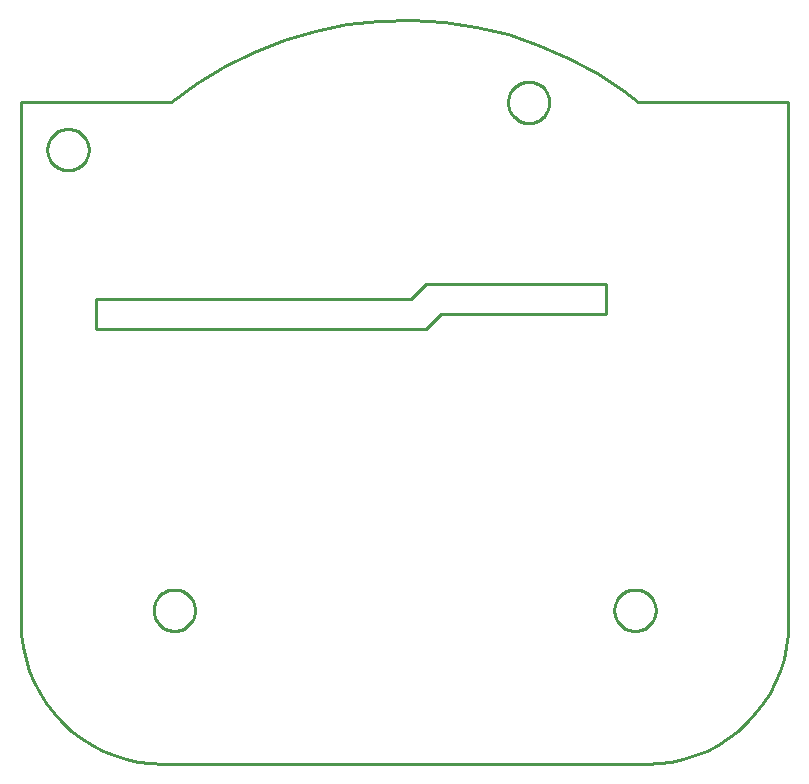
<source format=gbr>
G04 EAGLE Gerber RS-274X export*
G75*
%MOMM*%
%FSLAX34Y34*%
%LPD*%
%IN*%
%IPPOS*%
%AMOC8*
5,1,8,0,0,1.08239X$1,22.5*%
G01*
%ADD10C,0.254000*%


D10*
X0Y120000D02*
X457Y109541D01*
X1823Y99162D01*
X4089Y88942D01*
X7237Y78958D01*
X11243Y69286D01*
X16077Y60000D01*
X21702Y51171D01*
X28075Y42866D01*
X35147Y35147D01*
X42866Y28075D01*
X51171Y21702D01*
X60000Y16077D01*
X69286Y11243D01*
X78958Y7237D01*
X88942Y4089D01*
X99162Y1823D01*
X109541Y457D01*
X120000Y0D01*
X530000Y0D01*
X540459Y457D01*
X550838Y1823D01*
X561058Y4089D01*
X571042Y7237D01*
X580714Y11243D01*
X590000Y16077D01*
X598829Y21702D01*
X607135Y28075D01*
X614853Y35147D01*
X621925Y42866D01*
X628298Y51171D01*
X633923Y60000D01*
X638757Y69286D01*
X642763Y78958D01*
X645911Y88942D01*
X648177Y99162D01*
X649543Y109541D01*
X650000Y120000D01*
X650000Y560000D01*
X522990Y560000D01*
X510408Y569654D01*
X487508Y584845D01*
X463371Y597981D01*
X438181Y608964D01*
X412130Y617710D01*
X385415Y624152D01*
X358241Y628241D01*
X330814Y629946D01*
X303342Y629255D01*
X276036Y626171D01*
X249102Y620720D01*
X222745Y612941D01*
X197167Y602895D01*
X172562Y590659D01*
X149117Y576324D01*
X127010Y560000D01*
X0Y560000D01*
X0Y120000D01*
X63500Y368300D02*
X342900Y368300D01*
X355600Y381000D01*
X495300Y381000D01*
X495300Y406400D01*
X342900Y406400D01*
X330200Y393700D01*
X63500Y393700D01*
X63500Y368300D01*
X147500Y129427D02*
X147425Y128284D01*
X147276Y127148D01*
X147052Y126024D01*
X146755Y124917D01*
X146387Y123832D01*
X145949Y122774D01*
X145442Y121746D01*
X144869Y120754D01*
X144232Y119801D01*
X143535Y118892D01*
X142779Y118031D01*
X141969Y117221D01*
X141108Y116465D01*
X140199Y115768D01*
X139246Y115131D01*
X138254Y114558D01*
X137226Y114051D01*
X136168Y113613D01*
X135083Y113245D01*
X133976Y112948D01*
X132852Y112725D01*
X131716Y112575D01*
X130573Y112500D01*
X129427Y112500D01*
X128284Y112575D01*
X127148Y112725D01*
X126024Y112948D01*
X124917Y113245D01*
X123832Y113613D01*
X122774Y114051D01*
X121746Y114558D01*
X120754Y115131D01*
X119801Y115768D01*
X118892Y116465D01*
X118031Y117221D01*
X117221Y118031D01*
X116465Y118892D01*
X115768Y119801D01*
X115131Y120754D01*
X114558Y121746D01*
X114051Y122774D01*
X113613Y123832D01*
X113245Y124917D01*
X112948Y126024D01*
X112725Y127148D01*
X112575Y128284D01*
X112500Y129427D01*
X112500Y130573D01*
X112575Y131716D01*
X112725Y132852D01*
X112948Y133976D01*
X113245Y135083D01*
X113613Y136168D01*
X114051Y137226D01*
X114558Y138254D01*
X115131Y139246D01*
X115768Y140199D01*
X116465Y141108D01*
X117221Y141969D01*
X118031Y142779D01*
X118892Y143535D01*
X119801Y144232D01*
X120754Y144869D01*
X121746Y145442D01*
X122774Y145949D01*
X123832Y146387D01*
X124917Y146755D01*
X126024Y147052D01*
X127148Y147276D01*
X128284Y147425D01*
X129427Y147500D01*
X130573Y147500D01*
X131716Y147425D01*
X132852Y147276D01*
X133976Y147052D01*
X135083Y146755D01*
X136168Y146387D01*
X137226Y145949D01*
X138254Y145442D01*
X139246Y144869D01*
X140199Y144232D01*
X141108Y143535D01*
X141969Y142779D01*
X142779Y141969D01*
X143535Y141108D01*
X144232Y140199D01*
X144869Y139246D01*
X145442Y138254D01*
X145949Y137226D01*
X146387Y136168D01*
X146755Y135083D01*
X147052Y133976D01*
X147276Y132852D01*
X147425Y131716D01*
X147500Y130573D01*
X147500Y129427D01*
X537500Y129427D02*
X537425Y128284D01*
X537276Y127148D01*
X537052Y126024D01*
X536755Y124917D01*
X536387Y123832D01*
X535949Y122774D01*
X535442Y121746D01*
X534869Y120754D01*
X534232Y119801D01*
X533535Y118892D01*
X532779Y118031D01*
X531969Y117221D01*
X531108Y116465D01*
X530199Y115768D01*
X529246Y115131D01*
X528254Y114558D01*
X527226Y114051D01*
X526168Y113613D01*
X525083Y113245D01*
X523976Y112948D01*
X522852Y112725D01*
X521716Y112575D01*
X520573Y112500D01*
X519427Y112500D01*
X518284Y112575D01*
X517148Y112725D01*
X516024Y112948D01*
X514917Y113245D01*
X513832Y113613D01*
X512774Y114051D01*
X511746Y114558D01*
X510754Y115131D01*
X509801Y115768D01*
X508892Y116465D01*
X508031Y117221D01*
X507221Y118031D01*
X506465Y118892D01*
X505768Y119801D01*
X505131Y120754D01*
X504558Y121746D01*
X504051Y122774D01*
X503613Y123832D01*
X503245Y124917D01*
X502948Y126024D01*
X502725Y127148D01*
X502575Y128284D01*
X502500Y129427D01*
X502500Y130573D01*
X502575Y131716D01*
X502725Y132852D01*
X502948Y133976D01*
X503245Y135083D01*
X503613Y136168D01*
X504051Y137226D01*
X504558Y138254D01*
X505131Y139246D01*
X505768Y140199D01*
X506465Y141108D01*
X507221Y141969D01*
X508031Y142779D01*
X508892Y143535D01*
X509801Y144232D01*
X510754Y144869D01*
X511746Y145442D01*
X512774Y145949D01*
X513832Y146387D01*
X514917Y146755D01*
X516024Y147052D01*
X517148Y147276D01*
X518284Y147425D01*
X519427Y147500D01*
X520573Y147500D01*
X521716Y147425D01*
X522852Y147276D01*
X523976Y147052D01*
X525083Y146755D01*
X526168Y146387D01*
X527226Y145949D01*
X528254Y145442D01*
X529246Y144869D01*
X530199Y144232D01*
X531108Y143535D01*
X531969Y142779D01*
X532779Y141969D01*
X533535Y141108D01*
X534232Y140199D01*
X534869Y139246D01*
X535442Y138254D01*
X535949Y137226D01*
X536387Y136168D01*
X536755Y135083D01*
X537052Y133976D01*
X537276Y132852D01*
X537425Y131716D01*
X537500Y130573D01*
X537500Y129427D01*
X447500Y559427D02*
X447425Y558284D01*
X447276Y557148D01*
X447052Y556024D01*
X446755Y554917D01*
X446387Y553832D01*
X445949Y552774D01*
X445442Y551746D01*
X444869Y550754D01*
X444232Y549801D01*
X443535Y548892D01*
X442779Y548031D01*
X441969Y547221D01*
X441108Y546465D01*
X440199Y545768D01*
X439246Y545131D01*
X438254Y544558D01*
X437226Y544051D01*
X436168Y543613D01*
X435083Y543245D01*
X433976Y542948D01*
X432852Y542725D01*
X431716Y542575D01*
X430573Y542500D01*
X429427Y542500D01*
X428284Y542575D01*
X427148Y542725D01*
X426024Y542948D01*
X424917Y543245D01*
X423832Y543613D01*
X422774Y544051D01*
X421746Y544558D01*
X420754Y545131D01*
X419801Y545768D01*
X418892Y546465D01*
X418031Y547221D01*
X417221Y548031D01*
X416465Y548892D01*
X415768Y549801D01*
X415131Y550754D01*
X414558Y551746D01*
X414051Y552774D01*
X413613Y553832D01*
X413245Y554917D01*
X412948Y556024D01*
X412725Y557148D01*
X412575Y558284D01*
X412500Y559427D01*
X412500Y560573D01*
X412575Y561716D01*
X412725Y562852D01*
X412948Y563976D01*
X413245Y565083D01*
X413613Y566168D01*
X414051Y567226D01*
X414558Y568254D01*
X415131Y569246D01*
X415768Y570199D01*
X416465Y571108D01*
X417221Y571969D01*
X418031Y572779D01*
X418892Y573535D01*
X419801Y574232D01*
X420754Y574869D01*
X421746Y575442D01*
X422774Y575949D01*
X423832Y576387D01*
X424917Y576755D01*
X426024Y577052D01*
X427148Y577276D01*
X428284Y577425D01*
X429427Y577500D01*
X430573Y577500D01*
X431716Y577425D01*
X432852Y577276D01*
X433976Y577052D01*
X435083Y576755D01*
X436168Y576387D01*
X437226Y575949D01*
X438254Y575442D01*
X439246Y574869D01*
X440199Y574232D01*
X441108Y573535D01*
X441969Y572779D01*
X442779Y571969D01*
X443535Y571108D01*
X444232Y570199D01*
X444869Y569246D01*
X445442Y568254D01*
X445949Y567226D01*
X446387Y566168D01*
X446755Y565083D01*
X447052Y563976D01*
X447276Y562852D01*
X447425Y561716D01*
X447500Y560573D01*
X447500Y559427D01*
X57500Y519427D02*
X57425Y518284D01*
X57276Y517148D01*
X57052Y516024D01*
X56755Y514917D01*
X56387Y513832D01*
X55949Y512774D01*
X55442Y511746D01*
X54869Y510754D01*
X54232Y509801D01*
X53535Y508892D01*
X52779Y508031D01*
X51969Y507221D01*
X51108Y506465D01*
X50199Y505768D01*
X49246Y505131D01*
X48254Y504558D01*
X47226Y504051D01*
X46168Y503613D01*
X45083Y503245D01*
X43976Y502948D01*
X42852Y502725D01*
X41716Y502575D01*
X40573Y502500D01*
X39427Y502500D01*
X38284Y502575D01*
X37148Y502725D01*
X36024Y502948D01*
X34917Y503245D01*
X33832Y503613D01*
X32774Y504051D01*
X31746Y504558D01*
X30754Y505131D01*
X29801Y505768D01*
X28892Y506465D01*
X28031Y507221D01*
X27221Y508031D01*
X26465Y508892D01*
X25768Y509801D01*
X25131Y510754D01*
X24558Y511746D01*
X24051Y512774D01*
X23613Y513832D01*
X23245Y514917D01*
X22948Y516024D01*
X22725Y517148D01*
X22575Y518284D01*
X22500Y519427D01*
X22500Y520573D01*
X22575Y521716D01*
X22725Y522852D01*
X22948Y523976D01*
X23245Y525083D01*
X23613Y526168D01*
X24051Y527226D01*
X24558Y528254D01*
X25131Y529246D01*
X25768Y530199D01*
X26465Y531108D01*
X27221Y531969D01*
X28031Y532779D01*
X28892Y533535D01*
X29801Y534232D01*
X30754Y534869D01*
X31746Y535442D01*
X32774Y535949D01*
X33832Y536387D01*
X34917Y536755D01*
X36024Y537052D01*
X37148Y537276D01*
X38284Y537425D01*
X39427Y537500D01*
X40573Y537500D01*
X41716Y537425D01*
X42852Y537276D01*
X43976Y537052D01*
X45083Y536755D01*
X46168Y536387D01*
X47226Y535949D01*
X48254Y535442D01*
X49246Y534869D01*
X50199Y534232D01*
X51108Y533535D01*
X51969Y532779D01*
X52779Y531969D01*
X53535Y531108D01*
X54232Y530199D01*
X54869Y529246D01*
X55442Y528254D01*
X55949Y527226D01*
X56387Y526168D01*
X56755Y525083D01*
X57052Y523976D01*
X57276Y522852D01*
X57425Y521716D01*
X57500Y520573D01*
X57500Y519427D01*
M02*

</source>
